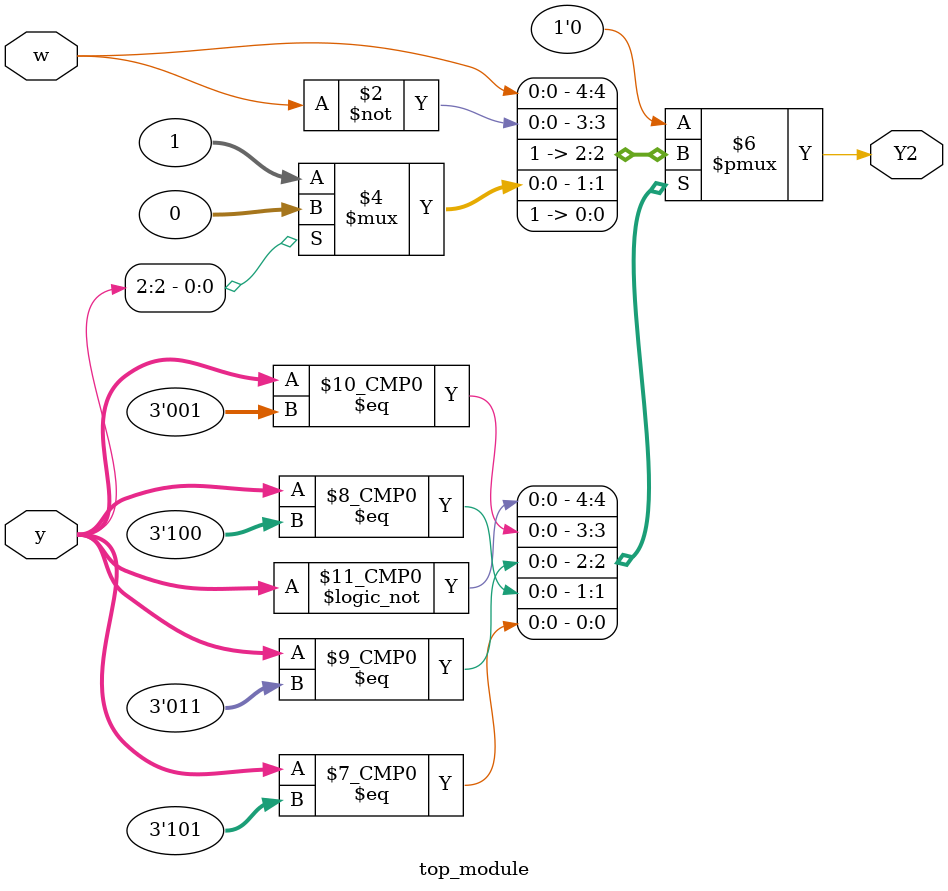
<source format=sv>
module top_module(
    input [3:1] y,
    input w,
    output reg Y2
);
    
    always @(*) begin
        case(y)
            3'b000: Y2 = w ; // A 
            3'b001: Y2 = ~w; // B
            3'b010: Y2 = 0;  // C
            3'b011: Y2 = 1;  // D
            3'b100: Y2 = (y[2] == 1'b1) ? 0 : 1;  // E
            3'b101: Y2 = 1;  // F
            default: Y2 = 0; // unhandled states
        endcase
    end
    
endmodule

</source>
